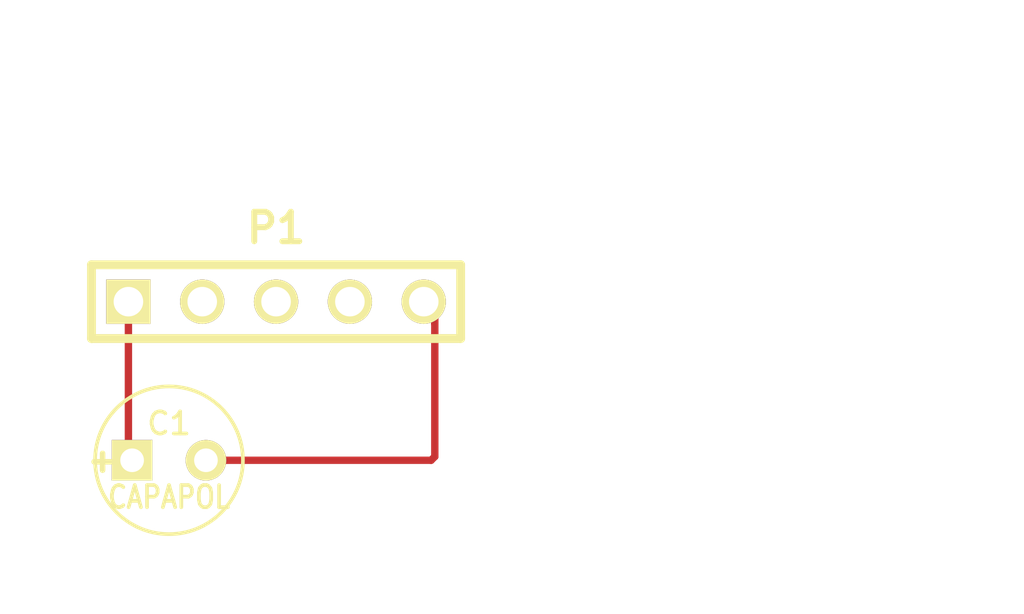
<source format=kicad_pcb>
(kicad_pcb (version 3) (host pcbnew "(2013-07-07 BZR 4022)-stable")

  (general
    (links 2)
    (no_connects 0)
    (area 15.901999 18.441999 51.027001 39.597001)
    (thickness 1.6)
    (drawings 5)
    (tracks 8)
    (zones 0)
    (modules 2)
    (nets 3)
  )

  (page A3)
  (layers
    (15 F.Cu signal)
    (0 B.Cu signal)
    (16 B.Adhes user)
    (17 F.Adhes user)
    (18 B.Paste user)
    (19 F.Paste user)
    (20 B.SilkS user)
    (21 F.SilkS user)
    (22 B.Mask user)
    (23 F.Mask user)
    (24 Dwgs.User user)
    (25 Cmts.User user)
    (26 Eco1.User user)
    (27 Eco2.User user)
    (28 Edge.Cuts user)
  )

  (setup
    (last_trace_width 0.254)
    (trace_clearance 0.254)
    (zone_clearance 0.508)
    (zone_45_only no)
    (trace_min 0.254)
    (segment_width 0.2)
    (edge_width 0.1)
    (via_size 0.889)
    (via_drill 0.635)
    (via_min_size 0.889)
    (via_min_drill 0.508)
    (uvia_size 0.508)
    (uvia_drill 0.127)
    (uvias_allowed no)
    (uvia_min_size 0.508)
    (uvia_min_drill 0.127)
    (pcb_text_width 0.3)
    (pcb_text_size 1.5 1.5)
    (mod_edge_width 0.15)
    (mod_text_size 1 1)
    (mod_text_width 0.15)
    (pad_size 1.5 1.5)
    (pad_drill 0.6)
    (pad_to_mask_clearance 0)
    (aux_axis_origin 0 0)
    (visible_elements 7FFFFFFF)
    (pcbplotparams
      (layerselection 3178497)
      (usegerberextensions true)
      (excludeedgelayer true)
      (linewidth 0.150000)
      (plotframeref false)
      (viasonmask false)
      (mode 1)
      (useauxorigin false)
      (hpglpennumber 1)
      (hpglpenspeed 20)
      (hpglpendiameter 15)
      (hpglpenoverlay 2)
      (psnegative false)
      (psa4output false)
      (plotreference true)
      (plotvalue true)
      (plotothertext true)
      (plotinvisibletext false)
      (padsonsilk false)
      (subtractmaskfromsilk false)
      (outputformat 1)
      (mirror false)
      (drillshape 1)
      (scaleselection 1)
      (outputdirectory ""))
  )

  (net 0 "")
  (net 1 /GND)
  (net 2 /VCC)

  (net_class Default "Это класс цепей по умолчанию."
    (clearance 0.254)
    (trace_width 0.254)
    (via_dia 0.889)
    (via_drill 0.635)
    (uvia_dia 0.508)
    (uvia_drill 0.127)
    (add_net "")
    (add_net /GND)
    (add_net /VCC)
  )

  (module PIN_ARRAY_5x1 (layer F.Cu) (tedit 45976D86) (tstamp 545225D2)
    (at 25.273 28.829)
    (descr "Double rangee de contacts 2 x 5 pins")
    (tags CONN)
    (path /545221CE)
    (fp_text reference P1 (at 0 -2.54) (layer F.SilkS)
      (effects (font (size 1.016 1.016) (thickness 0.2032)))
    )
    (fp_text value CONN_5 (at 0 2.54) (layer F.SilkS) hide
      (effects (font (size 1.016 1.016) (thickness 0.2032)))
    )
    (fp_line (start -6.35 -1.27) (end -6.35 1.27) (layer F.SilkS) (width 0.3048))
    (fp_line (start 6.35 1.27) (end 6.35 -1.27) (layer F.SilkS) (width 0.3048))
    (fp_line (start -6.35 -1.27) (end 6.35 -1.27) (layer F.SilkS) (width 0.3048))
    (fp_line (start 6.35 1.27) (end -6.35 1.27) (layer F.SilkS) (width 0.3048))
    (pad 1 thru_hole rect (at -5.08 0) (size 1.524 1.524) (drill 1.016)
      (layers *.Cu *.Mask F.SilkS)
      (net 2 /VCC)
    )
    (pad 2 thru_hole circle (at -2.54 0) (size 1.524 1.524) (drill 1.016)
      (layers *.Cu *.Mask F.SilkS)
    )
    (pad 3 thru_hole circle (at 0 0) (size 1.524 1.524) (drill 1.016)
      (layers *.Cu *.Mask F.SilkS)
    )
    (pad 4 thru_hole circle (at 2.54 0) (size 1.524 1.524) (drill 1.016)
      (layers *.Cu *.Mask F.SilkS)
    )
    (pad 5 thru_hole circle (at 5.08 0) (size 1.524 1.524) (drill 1.016)
      (layers *.Cu *.Mask F.SilkS)
      (net 1 /GND)
    )
    (model pin_array/pins_array_5x1.wrl
      (at (xyz 0 0 0))
      (scale (xyz 1 1 1))
      (rotate (xyz 0 0 0))
    )
  )

  (module C1V5 (layer F.Cu) (tedit 3E070CF4) (tstamp 545225DA)
    (at 21.59 34.29)
    (descr "Condensateur e = 1 pas")
    (tags C)
    (path /54522450)
    (fp_text reference C1 (at 0 -1.26746) (layer F.SilkS)
      (effects (font (size 0.762 0.762) (thickness 0.127)))
    )
    (fp_text value CAPAPOL (at 0 1.27) (layer F.SilkS)
      (effects (font (size 0.762 0.635) (thickness 0.127)))
    )
    (fp_text user + (at -2.286 0) (layer F.SilkS)
      (effects (font (size 0.762 0.762) (thickness 0.2032)))
    )
    (fp_circle (center 0 0) (end 0.127 -2.54) (layer F.SilkS) (width 0.127))
    (pad 1 thru_hole rect (at -1.27 0) (size 1.397 1.397) (drill 0.8128)
      (layers *.Cu *.Mask F.SilkS)
      (net 2 /VCC)
    )
    (pad 2 thru_hole circle (at 1.27 0) (size 1.397 1.397) (drill 0.8128)
      (layers *.Cu *.Mask F.SilkS)
      (net 1 /GND)
    )
    (model discret/c_vert_c1v5.wrl
      (at (xyz 0 0 0))
      (scale (xyz 1 1 1))
      (rotate (xyz 0 0 0))
    )
  )

  (gr_line (start 16.002 18.542) (end 15.875 18.669) (angle 90) (layer Eco2.User) (width 0.2))
  (gr_line (start 50.927 18.542) (end 16.002 18.542) (angle 90) (layer Eco2.User) (width 0.2))
  (gr_line (start 50.927 39.497) (end 50.927 18.542) (angle 90) (layer Eco2.User) (width 0.2))
  (gr_line (start 16.002 39.497) (end 50.927 39.497) (angle 90) (layer Eco2.User) (width 0.2))
  (gr_line (start 16.002 18.542) (end 16.002 39.497) (angle 90) (layer Eco2.User) (width 0.2))

  (segment (start 30.734 29.591) (end 30.734 29.21) (width 0.254) (layer F.Cu) (net 1))
  (segment (start 30.734 29.21) (end 30.353 28.829) (width 0.254) (layer F.Cu) (net 1) (tstamp 54522796))
  (segment (start 22.86 34.29) (end 30.607 34.29) (width 0.254) (layer F.Cu) (net 1))
  (segment (start 30.734 34.163) (end 30.734 29.591) (width 0.254) (layer F.Cu) (net 1) (tstamp 54522776))
  (segment (start 30.734 29.591) (end 30.734 28.956) (width 0.254) (layer F.Cu) (net 1) (tstamp 54522794))
  (segment (start 30.607 34.29) (end 30.734 34.163) (width 0.254) (layer F.Cu) (net 1) (tstamp 54522772))
  (segment (start 20.193 28.829) (end 20.193 34.163) (width 0.254) (layer F.Cu) (net 2))
  (segment (start 20.193 34.163) (end 20.32 34.29) (width 0.254) (layer F.Cu) (net 2) (tstamp 5452276D))

)

</source>
